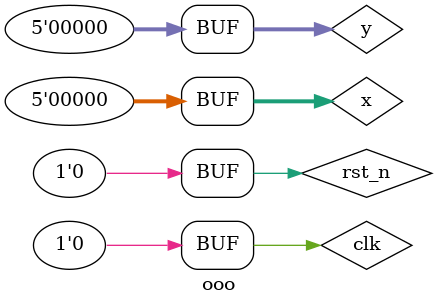
<source format=v>
`timescale 1ns / 1ps


module ooo;

	// Inputs
	reg [4:0] x;
	reg [4:0] y;
	reg clk;
	reg rst_n;

	// Outputs
	wire [9:0] res;

	// Instantiate the Unit Under Test (UUT)
	demo_one uut (
		.x(x), 
		.y(y), 
		.clk(clk), 
		.rst_n(rst_n), 
		.res(res)
	);

	initial begin
		// Initialize Inputs
		x = 0;
		y = 0;
		clk = 0;
		rst_n = 0;

		// Wait 100 ns for global reset to finish
		#100;
        
		// Add stimulus here

	end
      
endmodule


</source>
